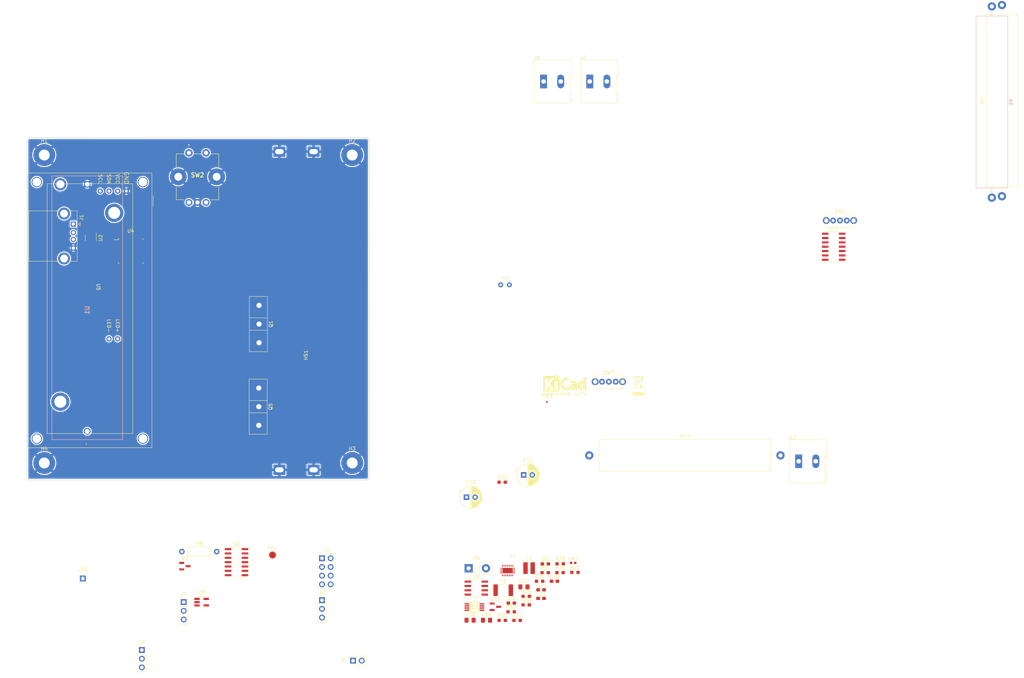
<source format=kicad_pcb>
(kicad_pcb (version 20211014) (generator pcbnew)
  (layers (0 "F.Cu" signal) (31 "B.Cu" power) (34 "B.Paste" user) (35 "F.Paste" user) (36 "B.SilkS" user "B.Silkscreen") (37 "F.SilkS" user "F.Silkscreen") (38 "B.Mask" user) (39 "F.Mask" user) (44 "Edge.Cuts" user))
  (net 0 "")
  (net 1 "GND")
  (net 2 "D+")
  (net 3 "D-")
  (net 4 "+5V")
  (net 5 "+3V3")
  (net 6 "Net-(C4-Pad1)")
  (net 7 "SWD_CLK")
  (net 8 "SWD_DIO")
  (net 9 "Net-(J4-Pad1)")
  (net 10 "Net-(J4-Pad2)")
  (net 11 "+12V")
  (net 12 "Net-(J5-Pad2)")
  (net 13 "Net-(J5-Pad4)")
  (net 14 "Net-(J5-Pad6)")
  (net 15 "Net-(J5-Pad8)")
  (net 16 "LOAD")
  (net 17 "Crystal_Clock_out")
  (net 22 "+BATT")
  (net 26 "CLOCK_in")
  (net 27 "ADC_IN1")
  (net 28 "SYS_wakeup3")
  (net 29 "ADC_IN3")
  (net 30 "SPI_SS")
  (net 31 "SPI_CLK")
  (net 32 "SPI_MOSI")
  (net 33 "SPI_MISO")
  (net 34 "ADC_IN8")
  (net 35 "ADC_REF")
  (net 36 "I2C_CLK")
  (net 37 "I2C_SDA")
  (net 40 "Net-(C19-Pad1)")
  (net 41 "Net-(J8-Pad2)")
  (net 42 "Net-(J9-Pad2)")
  (net 46 "LOAD_VOLTAGE")
  (net 49 "+3.3VA")
  (net 50 "Net-(J9-Pad1)")
  (net 51 "Net-(C9-Pad1)")
  (net 52 "Net-(J9-Pad3)")
  (net 53 "Net-(Q1-Pad1)")
  (net 54 "/ENCODER_A")
  (net 55 "/ENCODER_B")
  (net 56 "/SW_OUT")
  (net 57 "Net-(R17-Pad1)")
  (net 58 "Net-(R16-Pad1)")
  (net 59 "Net-(R18-Pad1)")
  (net 60 "VBUS")
  (net 62 "Net-(C8-Pad1)")
  (net 63 "Net-(C7-Pad1)")
  (net 64 "Net-(R15-Pad1)")
  (net 65 "Net-(L1-Pad1)")
  (net 66 "Net-(R11-Pad2)")
  (net 67 "Net-(R12-Pad1)")
  (net 68 "+VDC")
  (net 69 "/EN_3V3")
  (net 70 "Net-(D3-Pad1)")
  (net 71 "Net-(D5-Pad1)")
  (net 72 "Net-(IC1-Pad3)")
  (net 73 "Net-(IC1-Pad4)")
  (net 74 "/Set_charge_current")
  (net 75 "TE")
  (net 76 "Net-(IC1-Pad8)")
  (net 77 "Net-(J7-Pad2)")
  (net 78 "Net-(L2-Pad1)")
  (net 79 "Net-(L2-Pad2)")
  (net 80 "/FB_3V3")
  (net 81 "/PG_3V3")
  (net 82 "/batt_protection")
  (net 83 "/Drains")
  (net 84 "Net-(R1-Pad1)")
  (net 85 "Net-(R24-Pad1)")
  (net 86 "Net-(C11-Pad1)")
  (net 87 "Net-(C13-Pad1)")
  (net 88 "Net-(R36-Pad2)")
  (net 92 "-VDC")
  (net 93 "Net-(J12-Pad1)")
  (net 94 "Net-(Q5-Pad1)")
  (net 95 "Net-(Q5-Pad2)")
  (net 96 "Net-(J11-Pad2)")
  (net 97 "Net-(Q2-Pad2)")
  (footprint "Package_TO_SOT_SMD:SOT-23" (layer "F.Cu") (at 96.097 175.16)
    (fp_text reference "U3" (at 0 -2.4) (layer "F.SilkS"))
    (fp_text value "LM4040DBZ-2.0")
    (pad "1" smd roundrect (at -0.9375 -0.95) (size 1.475 0.6) (layers "F.Cu" "F.Paste" "F.Mask") (net 35 "ADC_REF"))
    (pad "2" smd roundrect (at -0.9375 0.95) (size 1.475 0.6) (layers "F.Cu" "F.Paste" "F.Mask") (net 1 "GND"))
    (pad "3" smd roundrect (at 0.9375 0) (size 1.475 0.6) (layers "F.Cu" "F.Paste" "F.Mask"))
  )
  (footprint "Package_TO_SOT_SMD:SOT-23" (layer "F.Cu") (at 186.841 187.0272)
    (fp_text reference "U10" (at 0 -2.4) (layer "F.SilkS"))
    (fp_text value "APX810S05")
    (pad "1" smd roundrect (at -0.9375 -0.95) (size 1.475 0.6) (layers "F.Cu" "F.Paste" "F.Mask") (net 82 "/batt_protection"))
    (pad "2" smd roundrect (at -0.9375 0.95) (size 1.475 0.6) (layers "F.Cu" "F.Paste" "F.Mask") (net 1 "GND"))
    (pad "3" smd roundrect (at 0.9375 0) (size 1.475 0.6) (layers "F.Cu" "F.Paste" "F.Mask") (net 22 "+BATT"))
  )
  (footprint "Fiducial:Fiducial_0.5mm_Mask1.5mm" (layer "F.Cu") (at 201.90553 127.206576)
    (fp_text reference "FID3" (at 0 -1.7145) (layer "F.SilkS"))
    (fp_text value "Fiducial")
    (pad "" smd circle (at 0 0) (size 0.5 0.5) (layers "F.Cu" "F.Mask") (clearance 0.5))
  )
  (footprint "Capacitor_SMD:C_0805_2012Metric_Pad1.18x1.45mm_HandSolder" (layer "F.Cu") (at 195.191 181.2072)
    (fp_text reference "C17" (at 0 -1.68) (layer "F.SilkS"))
    (fp_text value "22u")
    (pad "1" smd roundrect (at -1.0375 0) (size 1.175 1.45) (layers "F.Cu" "F.Paste" "F.Mask") (roundrect_rratio 0.212766) (net 68 "+VDC"))
    (pad "2" smd roundrect (at 1.0375 0) (size 1.175 1.45) (layers "F.Cu" "F.Paste" "F.Mask") (roundrect_rratio 0.212766) (net 1 "GND"))
  )
  (footprint "Connector_PinHeader_2.54mm:PinHeader_1x03_P2.54mm_Vertical" (layer "F.Cu") (at 136.1694 185.1048)
    (fp_text reference "J2" (at 0 -2.33) (layer "F.SilkS"))
    (fp_text value "SWD")
    (pad "1" thru_hole rect (at 0 0) (size 1.7 1.7) (drill 1) (layers *.Cu *.Mask) (net 7 "SWD_CLK"))
    (pad "2" thru_hole oval (at 0 2.54) (size 1.7 1.7) (drill 1) (layers *.Cu *.Mask) (net 1 "GND"))
    (pad "3" thru_hole oval (at 0 5.08) (size 1.7 1.7) (drill 1) (layers *.Cu *.Mask) (net 8 "SWD_DIO"))
  )
  (footprint "Capacitor_THT:CP_Radial_D6.3mm_P2.50mm" (layer "F.Cu") (at 195.117621 148.5)
    (fp_text reference "C11" (at 1.25 -4.4) (layer "F.SilkS"))
    (fp_text value "47u")
    (pad "1" thru_hole rect (at 0 0) (size 1.6 1.6) (drill 0.8) (layers *.Cu *.Mask) (net 86 "Net-(C11-Pad1)"))
    (pad "2" thru_hole circle (at 2.5 0) (size 1.6 1.6) (drill 0.8) (layers *.Cu *.Mask) (net 92 "-VDC"))
  )
  (footprint "Resistor_SMD:R_0603_1608Metric_Pad0.98x0.95mm_HandSolder" (layer "F.Cu") (at 188.8302 150.622)
    (fp_text reference "R23" (at 0 -1.43) (layer "F.SilkS"))
    (fp_text value "1Meg")
    (pad "1" smd roundrect (at -0.9125 0) (size 0.975 0.95) (layers "F.Cu" "F.Paste" "F.Mask") (net 92 "-VDC"))
    (pad "2" smd roundrect (at 0.9125 0) (size 0.975 0.95) (layers "F.Cu" "F.Paste" "F.Mask") (net 1 "GND"))
  )
  (footprint "LED_SMD:LED_0603_1608Metric_Pad1.05x0.95mm_HandSolder" (layer "F.Cu") (at 191.506 185.9472)
    (fp_text reference "D3" (at 0 -1.43) (layer "F.SilkS"))
    (fp_text value "LED_Small")
    (pad "1" smd roundrect (at -0.875 0) (size 1.05 0.95) (layers "F.Cu" "F.Paste" "F.Mask") (net 70 "Net-(D3-Pad1)"))
    (pad "2" smd roundrect (at 0.875 0) (size 1.05 0.95) (layers "F.Cu" "F.Paste" "F.Mask") (net 4 "+5V"))
  )
  (footprint "LED_SMD:LED_0603_1608Metric_Pad1.05x0.95mm_HandSolder" (layer "F.Cu") (at 201.446 174.4972)
    (fp_text reference "D5" (at 0 -1.43) (layer "F.SilkS"))
    (fp_text value "LED_Small")
    (pad "1" smd roundrect (at -0.875 0) (size 1.05 0.95) (layers "F.Cu" "F.Paste" "F.Mask") (net 71 "Net-(D5-Pad1)"))
    (pad "2" smd roundrect (at 0.875 0) (size 1.05 0.95) (layers "F.Cu" "F.Paste" "F.Mask") (net 4 "+5V"))
  )
  (footprint "Resistor_THT:R_Axial_Power_L50.0mm_W9.0mm_P55.88mm" (layer "F.Cu") (at 214.29 142.78)
    (fp_text reference "R41" (at 27.94 -5.62) (layer "F.SilkS"))
    (fp_text value "1R")
    (pad "1" thru_hole circle (at 0 0) (size 2.4 2.4) (drill 1.2) (layers *.Cu *.Mask) (net 96 "Net-(J11-Pad2)"))
    (pad "2" thru_hole oval (at 55.88 0) (size 2.4 2.4) (drill 1.2) (layers *.Cu *.Mask) (net 94 "Net-(Q5-Pad1)"))
  )
  (footprint "Resistor_SMD:R_0603_1608Metric_Pad0.98x0.95mm_HandSolder" (layer "F.Cu") (at 188.841 191.0072)
    (fp_text reference "R35" (at 0 -1.43) (layer "F.SilkS"))
    (fp_text value "10k")
    (pad "1" smd roundrect (at -0.9125 0) (size 0.975 0.95) (layers "F.Cu" "F.Paste" "F.Mask") (net 1 "GND"))
    (pad "2" smd roundrect (at 0.9125 0) (size 0.975 0.95) (layers "F.Cu" "F.Paste" "F.Mask") (net 4 "+5V"))
  )
  (footprint "TerminalBlock:TerminalBlock_Altech_AK300-2_P5.00mm" (layer "F.Cu") (at 275.5 144.5)
    (fp_text reference "J12" (at -1.92 -6.99) (layer "F.SilkS"))
    (fp_text value "LOAD")
    (pad "1" thru_hole rect (at 0 0) (size 1.98 3.96) (drill 1.32) (layers *.Cu *.Mask) (net 93 "Net-(J12-Pad1)"))
    (pad "2" thru_hole oval (at 5 0) (size 1.98 3.96) (drill 1.32) (layers *.Cu *.Mask) (net 1 "GND"))
  )
  (footprint "Resistor_SMD:R_0603_1608Metric_Pad0.98x0.95mm_HandSolder" (layer "F.Cu") (at 193.191 191.0072)
    (fp_text reference "R34" (at 0 -1.43) (layer "F.SilkS"))
    (fp_text value "10k")
    (pad "1" smd roundrect (at -0.9125 0) (size 0.975 0.95) (layers "F.Cu" "F.Paste" "F.Mask") (net 1 "GND"))
    (pad "2" smd roundrect (at 0.9125 0) (size 0.975 0.95) (layers "F.Cu" "F.Paste" "F.Mask") (net 82 "/batt_protection"))
  )
  (footprint "Capacitor_SMD:C_0603_1608Metric_Pad1.08x0.95mm_HandSolder" (layer "F.Cu") (at 200.201 182.0672)
    (fp_text reference "C19" (at 0 -1.43) (layer "F.SilkS"))
    (fp_text value "100n")
    (pad "1" smd roundrect (at -0.8625 0) (size 1.075 0.95) (layers "F.Cu" "F.Paste" "F.Mask") (net 40 "Net-(C19-Pad1)"))
    (pad "2" smd roundrect (at 0.8625 0) (size 1.075 0.95) (layers "F.Cu" "F.Paste" "F.Mask") (net 1 "GND"))
  )
  (footprint "Package_SO:SOIC-14_3.9x8.7mm_P1.27mm" (layer "F.Cu") (at 285.72553 81.796576)
    (fp_text reference "U11" (at 0 -5.28) (layer "F.SilkS"))
    (fp_text value "LM2902")
    (pad "1" smd roundrect (at -2.475 -3.81) (size 1.95 0.6) (layers "F.Cu" "F.Paste" "F.Mask") (net 34 "ADC_IN8"))
    (pad "2" smd roundrect (at -2.475 -2.54) (size 1.95 0.6) (layers "F.Cu" "F.Paste" "F.Mask") (net 34 "ADC_IN8"))
    (pad "3" smd roundrect (at -2.475 -1.27) (size 1.95 0.6) (layers "F.Cu" "F.Paste" "F.Mask") (net 87 "Net-(C13-Pad1)"))
    (pad "4" smd roundrect (at -2.475 0) (size 1.95 0.6) (layers "F.Cu" "F.Paste" "F.Mask") (net 5 "+3V3"))
    (pad "5" smd roundrect (at -2.475 1.27) (size 1.95 0.6) (layers "F.Cu" "F.Paste" "F.Mask") (net 88 "Net-(R36-Pad2)"))
    (pad "6" smd roundrect (at -2.475 2.54) (size 1.95 0.6) (layers "F.Cu" "F.Paste" "F.Mask") (net 27 "ADC_IN1"))
    (pad "7" smd roundrect (at -2.475 3.81) (size 1.95 0.6) (layers "F.Cu" "F.Paste" "F.Mask") (net 27 "ADC_IN1"))
    (pad "8" smd roundrect (at 2.475 3.81) (size 1.95 0.6) (layers "F.Cu" "F.Paste" "F.Mask"))
    (pad "9" smd roundrect (at 2.475 2.54) (size 1.95 0.6) (layers "F.Cu" "F.Paste" "F.Mask"))
    (pad "10" smd roundrect (at 2.475 1.27) (size 1.95 0.6) (layers "F.Cu" "F.Paste" "F.Mask"))
    (pad "11" smd roundrect (at 2.475 0) (size 1.95 0.6) (layers "F.Cu" "F.Paste" "F.Mask") (net 1 "GND"))
    (pad "12" smd roundrect (at 2.475 -1.27) (size 1.95 0.6) (layers "F.Cu" "F.Paste" "F.Mask") (net 85 "Net-(R24-Pad1)"))
    (pad "13" smd roundrect (at 2.475 -2.54) (size 1.95 0.6) (layers "F.Cu" "F.Paste" "F.Mask") (net 29 "ADC_IN3"))
    (pad "14" smd roundrect (at 2.475 -3.81) (size 1.95 0.6) (layers "F.Cu" "F.Paste" "F.Mask") (net 29 "ADC_IN3"))
  )
  (footprint "Z_mycustom_footprint_lib:heatsink1" (layer "F.Cu") (at 123.7175 147 90)
    (fp_text reference "HS1" (at 33.5 7.75 90 unlocked) (layer "F.SilkS"))
    (fp_text value "Heatsink")
    (pad "1" thru_hole rect (at 0 0 90) (size 3 3.5) (drill oval 1.5 2.5) (layers *.Cu *.Mask) (net 1 "GND"))
    (pad "1" thru_hole rect (at 0 10 90) (size 3 3.5) (drill oval 1.5 2.5) (layers *.Cu *.Mask) (net 1 "GND"))
    (pad "2" thru_hole rect (at 93 10 90) (size 3 3.5) (drill oval 1.5 2.5) (layers *.Cu *.Mask) (net 1 "GND"))
    (pad "2" thru_hole rect (at 93 0 90) (size 3 3.5) (drill oval 1.5 2.5) (layers *.Cu *.Mask) (net 1 "GND"))
  )
  (footprint "MountingHole:MountingHole_3.2mm_M3_Pad_TopBottom" (layer "F.Cu") (at 145 145)
    (fp_text reference "H3" (at 0 -4.2) (layer "F.SilkS"))
    (fp_text value "M3")
    (pad "1" connect circle locked (at 0 0) (size 6.4 6.4) (layers "B.Cu" "B.Mask") (net 1 "GND"))
    (pad "1" connect circle locked (at 0 0) (size 6.4 6.4) (layers "F.Cu" "F.Mask") (net 1 "GND"))
    (pad "1" thru_hole circle locked (at 0 0) (size 3.6 3.6) (drill 3.2) (layers *.Cu *.Mask) (net 1 "GND"))
  )
  (footprint "Package_TO_SOT_THT:TO-247-3_Vertical" (layer "F.Cu") (at 117.78 98.95 -90)
    (fp_text reference "Q1" (at 5.45 -3.45 90) (layer "F.SilkS"))
    (fp_text value "IRFZ24NPBF")
    (pad "1" thru_hole rect (at 0 0 270) (size 2.5 4.5) (drill 1.5) (layers *.Cu *.Mask) (net 53 "Net-(Q1-Pad1)"))
    (pad "2" thru_hole oval (at 5.45 0 270) (size 2.5 4.5) (drill 1.5) (layers *.Cu *.Mask) (net 16 "LOAD"))
    (pad "3" thru_hole oval (at 10.9 0 270) (size 2.5 4.5) (drill 1.5) (layers *.Cu *.Mask) (net 9 "Net-(J4-Pad1)"))
  )
  (footprint "Z_mycustom_footprint_lib:PEC12R4230FS0024" (layer "F.Cu") (at 97.282 54.356)
    (fp_text reference "SW2" (at 2.5 6.5) (layer "F.SilkS") (effects (font (size 1.27 1.27) (thickness 0.254))))
    (fp_text value "RotaryEncoder_Switch" hide)
    (pad "A" thru_hole circle (at 0 14.5) (size 2 2) (drill 1.2) (layers *.Cu *.Mask) (net 54 "/ENCODER_A"))
    (pad "B" thru_hole circle (at 5 14.5) (size 2 2) (drill 1.2) (layers *.Cu *.Mask) (net 55 "/ENCODER_B"))
    (pad "C" thru_hole circle (at 2.5 14.5) (size 2 2) (drill 1.2) (layers *.Cu *.Mask) (net 1 "GND"))
    (pad "MH" thru_hole circle (at 8.1 7) (size 4.92 4.92) (drill 2.3) (layers *.Cu *.Mask) (net 1 "GND"))
    (pad "MH" thru_hole circle (at -3.1 7) (size 4.92 4.92) (drill 2.3) (layers *.Cu *.Mask) (net 1 "GND"))
    (pad "S1" thru_hole circle (at 0 0) (size 2.2 2.2) (drill 1.2) (layers *.Cu *.Mask) (net 5 "+3V3"))
    (pad "S2" thru_hole circle (at 5 0) (size 2.2 2.2) (drill 1.2) (layers *.Cu *.Mask) (net 56 "/SW_OUT"))
  )
  (footprint "Package_SO:SOIC-14_3.9x8.7mm_P1.27mm" (layer "F.Cu") (at 111.187 173.99)
    (fp_text reference "U6" (at 0 -5.28) (layer "F.SilkS"))
    (fp_text value "LM324A")
    (pad "1" smd roundrect (at -2.475 -3.81) (size 1.95 0.6) (layers "F.Cu" "F.Paste" "F.Mask") (net 41 "Net-(J8-Pad2)"))
    (pad "2" smd roundrect (at -2.475 -2.54) (size 1.95 0.6) (layers "F.Cu" "F.Paste" "F.Mask") (net 42 "Net-(J9-Pad2)"))
    (pad "3" smd roundrect (at -2.475 -1.27) (size 1.95 0.6) (layers "F.Cu" "F.Paste" "F.Mask") (net 77 "Net-(J7-Pad2)"))
    (pad "4" smd roundrect (at -2.475 0) (size 1.95 0.6) (layers "F.Cu" "F.Paste" "F.Mask") (net 11 "+12V"))
    (pad "5" smd roundrect (at -2.475 1.27) (size 1.95 0.6) (layers "F.Cu" "F.Paste" "F.Mask") (net 51 "Net-(C9-Pad1)"))
    (pad "6" smd roundrect (at -2.475 2.54) (size 1.95 0.6) (layers "F.Cu" "F.Paste" "F.Mask") (net 57 "Net-(R17-Pad1)"))
    (pad "7" smd roundrect (at -2.475 3.81) (size 1.95 0.6) (layers "F.Cu" "F.Paste" "F.Mask") (net 57 "Net-(R17-Pad1)"))
    (pad "8" smd roundrect (at 2.475 3.81) (size 1.95 0.6) (layers "F.Cu" "F.Paste" "F.Mask") (net 58 "Net-(R16-Pad1)"))
    (pad "9" smd roundrect (at 2.475 2.54) (size 1.95 0.6) (layers "F.Cu" "F.Paste" "F.Mask") (net 59 "Net-(R18-Pad1)"))
    (pad "10" smd roundrect (at 2.475 1.27) (size 1.95 0.6) (layers "F.Cu" "F.Paste" "F.Mask") (net 62 "Net-(C8-Pad1)"))
    (pad "11" smd roundrect (at 2.475 0) (size 1.95 0.6) (layers "F.Cu" "F.Paste" "F.Mask") (net 92 "-VDC"))
    (pad "12" smd roundrect (at 2.475 -1.27) (size 1.95 0.6) (layers "F.Cu" "F.Paste" "F.Mask") (net 63 "Net-(C7-Pad1)"))
    (pad "13" smd roundrect (at 2.475 -2.54) (size 1.95 0.6) (layers "F.Cu" "F.Paste" "F.Mask") (net 64 "Net-(R15-Pad1)"))
    (pad "14" smd roundrect (at 2.475 -3.81) (size 1.95 0.6) (layers "F.Cu" "F.Paste" "F.Mask") (net 64 "Net-(R15-Pad1)"))
  )
  (footprint "Package_TO_SOT_THT:TO-247-3_Vertical" (layer "F.Cu") (at 117.7 123.1 -90)
    (fp_text reference "Q5" (at 5.45 -3.45 90) (layer "F.SilkS"))
    (fp_text value "Q_PMOS_DGS")
    (pad "1" thru_hole rect (at 0 0 270) (size 2.5 4.5) (drill 1.5) (layers *.Cu *.Mask) (net 94 "Net-(Q5-Pad1)"))
    (pad "2" thru_hole oval (at 5.45 0 270) (size 2.5 4.5) (drill 1.5) (layers *.Cu *.Mask) (net 95 "Net-(Q5-Pad2)"))
    (pad "3" thru_hole oval (at 10.9 0 270) (size 2.5 4.5) (drill 1.5) (layers *.Cu *.Mask) (net 93 "Net-(J12-Pad1)"))
  )
  (footprint "Capacitor_SMD:C_0603_1608Metric_Pad1.08x0.95mm_HandSolder" (layer "F.Cu") (at 200.201 184.5772)
    (fp_text reference "C21" (at 0 -1.43) (layer "F.SilkS"))
    (fp_text value "4.7u")
    (pad "1" smd roundrect (at -0.8625 0) (size 1.075 0.95) (layers "F.Cu" "F.Paste" "F.Mask") (net 22 "+BATT"))
    (pad "2" smd roundrect (at 0.8625 0) (size 1.075 0.95) (layers "F.Cu" "F.Paste" "F.Mask") (net 1 "GND"))
  )
  (footprint "TestPoint:TestPoint_Pad_D2.0mm" (layer "F.Cu") (at 121.7 171.9)
    (fp_text reference "TP1" (at 0 -1.998) (layer "F.SilkS"))
    (fp_text value "TestPoint")
    (pad "1" smd circle (at 0 0) (size 2 2) (layers "F.Cu" "F.Mask") (net 17 "Crystal_Clock_out"))
  )
  (footprint "Resistor_SMD:R_1812_4532Metric_Pad1.30x3.40mm_HandSolder" (layer "F.Cu") (at 189.141 182.1772)
    (fp_text reference "F1" (at 0 -2.65) (layer "F.SilkS"))
    (fp_text value "Polyfuse")
    (pad "1" smd roundrect (at -2.225 0) (size 1.3 3.4) (layers "F.Cu" "F.Paste" "F.Mask") (roundrect_rratio 0.192308) (net 4 "+5V"))
    (pad "2" smd roundrect (at 2.225 0) (size 1.3 3.4) (layers "F.Cu" "F.Paste" "F.Mask") (roundrect_rratio 0.192308) (net 60 "VBUS"))
  )
  (footprint "Package_TO_SOT_SMD:SOT-23-5_HandSoldering" (layer "F.Cu") (at 100.988 185.674)
    (fp_text reference "U8" (at 0 -2.9) (layer "F.SilkS"))
    (fp_text value "AP3012KTR-G1")
    (pad "1" smd rect (at -1.35 -0.95) (size 1.56 0.65) (layers "F.Cu" "F.Paste" "F.Mask") (net 65 "Net-(L1-Pad1)"))
    (pad "2" smd rect (at -1.35 0) (size 1.56 0.65) (layers "F.Cu" "F.Paste" "F.Mask") (net 1 "GND"))
    (pad "3" smd rect (at -1.35 0.95) (size 1.56 0.65) (layers "F.Cu" "F.Paste" "F.Mask") (net 66 "Net-(R11-Pad2)"))
    (pad "4" smd rect (at 1.35 0.95) (size 1.56 0.65) (layers "F.Cu" "F.Paste" "F.Mask") (net 67 "Net-(R12-Pad1)"))
    (pad "5" smd rect (at 1.35 -0.95) (size 1.56 0.65) (layers "F.Cu" "F.Paste" "F.Mask") (net 68 "+VDC"))
  )
  (footprint "Symbol:KiCad-Logo2_5mm_SilkScreen" (layer "F.Cu") (at 207.1624 122.174)
    (fp_text reference "FID1" hide)
    (fp_text value "kicad" hide)
  )
  (footprint "Resistor_THT:R_Axial_Power_L50.0mm_W9.0mm_P55.88mm" (layer "F.Cu") (at 334.9 67.04 90)
    (fp_text reference "R7" (at 27.94 -5.62 90) (layer "F.SilkS"))
    (fp_text value "1R")
    (pad "1" thru_hole circle (at 0 0 90) (size 2.4 2.4) (drill 1.2) (layers *.Cu *.Mask) (net 10 "Net-(J4-Pad2)"))
    (pad "2" thru_hole oval (at 55.88 0 90) (size 2.4 2.4) (drill 1.2) (layers *.Cu *.Mask) (net 1 "GND"))
  )
  (footprint "MountingHole:MountingHole_3.2mm_M3_Pad_TopBottom" (layer "F.Cu") (at 55 55)
    (fp_text reference "H1" (at 0 -4.2) (layer "F.SilkS"))
    (fp_text value "M3")
    (pad "1" thru_hole circle locked (at 0 0) (size 3.6 3.6) (drill 3.2) (layers *.Cu *.Mask) (net 1 "GND"))
    (pad "1" connect circle locked (at 0 0) (size 6.4 6.4) (layers "F.Cu" "F.Mask") (net 1 "GND"))
    (pad "1" connect circle locked (at 0 0) (size 6.4 6.4) (layers "B.Cu" "B.Mask") (net 1 "GND"))
  )
  (footprint "Connector_PinHeader_2.54mm:PinHeader_1x03_P2.54mm_Vertical" (layer "F.Cu") (at 95.758 185.674)
    (fp_text reference "J7" (at 0 -2.33) (layer "F.SilkS"))
    (fp_text value "Conn_01x03")
    (pad "1" thru_hole rect (at 0 0) (size 1.7 1.7) (drill 1) (layers *.Cu *.Mask) (net 1 "GND"))
    (pad "2" thru_hole oval (at 0 2.54) (size 1.7 1.7) (drill 1) (layers *.Cu *.Mask) (net 77 "Net-(J7-Pad2)"))
    (pad "3" thru_hole oval (at 0 5.08) (size 1.7 1.7) (drill 1) (layers *.Cu *.Mask) (net 11 "+12V"))
  )
  (footprint "Z_mycustom_footprint_lib:TPS63020" (layer "F.Cu") (at 190.226 176.2522)
    (fp_text reference "U7" (at 1.5 -4 unlocked) (layer "F.SilkS"))
    (fp_text value "TPS63020DSJR")
    (pad "1" smd oval (at -1.3 1.6) (size 0.24 0.6) (layers "F.Cu" "F.Paste" "F.Mask") (net 40 "Net-(C19-Pad1)"))
    (pad "2" smd oval (at -0.8 1.6) (size 0.24 0.6) (layers "F.Cu" "F.Paste" "F.Mask") (net 1 "GND"))
    (pad "2" smd rect (at -1.613 0.43 90) (size 0.2 0.775) (layers "F.Cu" "F.Paste" "F.Mask") (net 1 "GND"))
    (pad "2" smd rect (at 2.013 -0.03 90) (size 0.2 0.775) (layers "F.Cu" "F.Paste" "F.Mask") (net 1 "GND"))
    (pad "2" smd rect (at -1.613 -0.49 90) (size 0.2 0.775) (layers "F.Cu" "F.Paste" "F.Mask") (net 1 "GND"))
    (pad "2" smd rect (at -1.613 0.89 90) (size 0.2 0.775) (layers "F.Cu" "F.Paste" "F.Mask") (net 1 "GND"))
    (pad "2" smd rect (at 0.2 0.2 90) (size 1.58 2.85) (layers "F.Cu" "F.Paste" "F.Mask") (net 1 "GND"))
    (pad "2" smd rect (at 2.013 0.43 90) (size 0.2 0.775) (layers "F.Cu" "F.Paste" "F.Mask") (net 1 "GND"))
    (pad "2" smd rect (at 2.013 -0.49 90) (size 0.2 0.775) (layers "F.Cu" "F.Paste" "F.Mask") (net 1 "GND"))
    (pad "2" smd rect (at -1.613 -0.03 90) (size 0.2 0.775) (layers "F.Cu" "F.Paste" "F.Mask") (net 1 "GND"))
    (pad "2" smd rect (at 2.013 0.89 90) (size 0.2 0.775) (layers "F.Cu" "F.Paste" "F.Mask") (net 1 "GND"))
    (pad "3" smd oval (at -0.3 1.6) (size 0.24 0.6) (layers "F.Cu" "F.Paste" "F.Mask") (net 80 "/FB_3V3"))
    (pad "4" smd oval (at 0.2 1.6) (size 0.24 0.6) (layers "F.Cu" "F.Paste" "F.Mask") (net 5 "+3V3"))
    (pad "5" smd oval (at 0.7 1.6) (size 0.24 0.6) (layers "F.Cu" "F.Paste" "F.Mask") (net 5 "+3V3"))
    (pad "6" smd oval (at 1.2 1.6) (size 0.24 0.6) (layers "F.Cu" "F.Paste" "F.Mask") (net 79 "Net-(L2-Pad2)"))
    (pad "7" smd oval (at 1.7 1.6) (size 0.24 0.6) (layers "F.Cu" "F.Paste" "F.Mask") (net 79 "Net-(L2-Pad2)"))
    (pad "8" smd oval (at 1.7 -1.2) (size 0.24 0.6) (layers "F.Cu" "F.Paste" "F.Mask") (net 78 "Net-(L2-Pad1)"))
    (pad "9" smd oval (at 1.2 -1.2) (size 0.24 0.6) (layers "F.Cu" "F.Paste" "F.Mask") (net 78 "Net-(L2-Pad1)"))
    (pad "10" smd oval (at 0.7 -1.2) (size 0.24 0.6) (layers "F.Cu" "F.Paste" "F.Mask") (net 68 "+VDC"))
    (pad "11" smd oval (at 0.2 -1.2) (size 0.24 0.6) (layers "F.Cu" "F.Paste" "F.Mask") (net 68 "+VDC"))
    (pad "12" smd oval (at -0.3 -1.2) (size 0.24 0.6) (layers "F.Cu" "F.Paste" "F.Mask") (net 69 "/EN_3V3"))
    (pad "13" smd oval (at -0.8 -1.2) (size 0.24 0.6) (layers "F.Cu" "F.Paste" "F.Mask") (net 40 "Net-(C19-Pad1)"))
    (pad "14" smd oval (at -1.3 -1.2) (size 0.24 0.6) (layers "F.Cu" "F.Paste" "F.Mask") (net 81 "/PG_3V3"))
  )
  (footprint "MountingHole:MountingHole_3.2mm_M3_Pad_TopBottom" (layer "F.Cu") (at 145 55)
    (fp_text reference "H2" (at 0 -4.2) (layer "F.SilkS"))
    (fp_text value "M3")
    (pad "1" thru_hole circle locked (at 0 0) (size 3.6 3.6) (drill 3.2) (layers *.Cu *.Mask) (net 1 "GND"))
    (pad "1" connect circle locked (at 0 0) (size 6.4 6.4) (layers "F.Cu" "F.Mask") (net 1 "GND"))
    (pad "1" connect circle locked (at 0 0) (size 6.4 6.4) (layers "B.Cu" "B.Mask") (net 1 "GND"))
  )
  (footprint "Resistor_SMD:R_0603_1608Metric_Pad0.98x0.95mm_HandSolder" (layer "F.Cu") (at 199.771 179.5572)
    (fp_text reference "R29" (at 0 -1.43) (layer "F.SilkS"))
    (fp_text value "180k")
    (pad "1" smd roundrect (at -0.9125 0) (size 0.975 0.95) (layers "F.Cu" "F.Paste" "F.Mask") (net 80 "/FB_3V3"))
    (pad "2" smd roundrect (at 0.9125 0) (size 0.975 0.95) (layers "F.Cu" "F.Paste" "F.Mask") (net 1 "GND"))
  )
  (footprint "Capacitor_SMD:C_0805_2012Metric_Pad1.18x1.45mm_HandSolder" (layer "F.Cu") (at 179.451 190.9572)
    (fp_text reference "C15" (at 0 -1.68) (layer "F.SilkS"))
    (fp_text value "22u")
    (pad "1" smd roundrect (at -1.0375 0) (size 1.175 1.45) (layers "F.Cu" "F.Paste" "F.Mask") (roundrect_rratio 0.212766) (net 5 "+3V3"))
    (pad "2" smd roundrect (at 1.0375 0) (size 1.175 1.45) (layers "F.Cu" "F.Paste" "F.Mask") (roundrect_rratio 0.212766) (net 1 "GND"))
  )
  (footprint "Resistor_SMD:R_0603_1608Metric_Pad0.98x0.95mm_HandSolder" (layer "F.Cu") (at 205.791 174.4572)
    (fp_text reference "R28" (at 0 -1.43) (layer "F.SilkS"))
    (fp_text value "1Meg")
    (pad "1" smd roundrect (at -0.9125 0) (size 0.975 0.95) (layers "F.Cu" "F.Paste" "F.Mask") (net 5 "+3V3"))
    (pad "2" smd roundrect (at 0.9125 0) (size 0.975 0.95) (layers "F.Cu" "F.Paste" "F.Mask") (net 81 "/PG_3V3"))
  )
  (footprint "Diode_THT:D_DO-15_P5.08mm_Vertical_KathodeUp" (layer "F.Cu") (at 179.021 175.7772)
    (fp_text reference "D4" (at 2.54 -2.92) (layer "F.SilkS"))
    (fp_text value "D_Shockley")
    (fp_text user "K" (at 1.9 1.2) (layer "F.SilkS"))
    (pad "1" thru_hole rect (at 0 0) (size 2.4 2.4) (drill 1.2) (layers *.Cu *.Mask) (net 68 "+VDC"))
    (pad "2" thru_hole oval (at 5.08 0) (size 2.4 2.4) (drill 1.2) (layers *.Cu *.Mask) (net 4 "+5V"))
  )
  (footprint "Resistor_THT:R_Axial_DIN0204_L3.6mm_D1.6mm_P2.54mm_Vertical" (layer "F.Cu") (at 188.4018 92.9252)
    (fp_text reference "TH1" (at 1.27 -1.92) (layer "F.SilkS"))
    (fp_text value "68K@25C~5%")
    (pad "1" thru_hole circle (at 0 0) (size 1.4 1.4) (drill 0.7) (layers *.Cu *.Mask) (net 49 "+3.3VA"))
    (pad "2" thru_hole oval (at 2.54 0) (size 1.4 1.4) (drill 0.7) (layers *.Cu *.Mask) (net 85 "Net-(R24-Pad1)"))
  )
  (footprint "Capacitor_SMD:C_0603_1608Metric_Pad1.08x0.95mm_HandSolder" (layer "F.Cu") (at 204.121 179.5572)
    (fp_text reference "C20" (at 0 -1.43) (layer "F.SilkS"))
    (fp_text value "1u")
    (pad "1" smd roundrect (at -0.8625 0) (size 1.075 0.95) (layers "F.Cu" "F.Paste" "F.Mask") (net 4 "+5V"))
    (pad "2" smd roundrect (at 0.8625 0) (size 1.075 0.95) (layers "F.Cu" "F.Paste" "F.Mask") (net 1 "GND"))
  )
  (footprint "Resistor_THT:R_Axial_DIN0207_L6.3mm_D2.5mm_P10.16mm_Horizontal" (layer "F.Cu") (at 95.227 170.91)
    (fp_text reference "R8" (at 5.08 -2.37) (layer "F.SilkS"))
    (fp_text value "X")
    (pad "1" thru_hole circle (at 0 0) (size 1.6 1.6) (drill 0.8) (layers *.Cu *.Mask) (net 12 "Net-(J5-Pad2)"))
    (pad "2" thru_hole oval (at 10.16 0) (size 1.6 1.6) (drill 0.8) (layers *.Cu *.Mask) (net 16 "LOAD"))
  )
  (footprint "Resistor_SMD:R_0402_1005Metric_Pad0.72x0.64mm_HandSolder" (layer "F.Cu") (at 209.591 174.1972)
    (fp_text reference "FB1" (at 0 -1.17) (layer "F.SilkS"))
    (fp_text value "Ferrite")
    (pad "1" smd roundrect (at -0.5975 0) (size 0.715 0.64) (layers "F.Cu" "F.Paste" "F.Mask") (net 5 "+3V3"))
    (pad "2" smd roundrect (at 0.5975 0) (size 0.715 0.64) (layers "F.Cu" "F.Paste" "F.Mask") (net 49 "+3.3VA"))
  )
  (footprint "Resistor_SMD:R_0603_1608Metric_Pad0.98x0.95mm_HandSolder" (layer "F.Cu") (at 191.461 188.4972)
    (fp_text reference "R33" (at 0 -1.43) (layer "F.SilkS"))
    (fp_text value "10k")
    (pad "1" smd roundrect (at -0.9125 0) (size 0.975 0.95) (layers "F.Cu" "F.Paste" "F.Mask") (net 74 "/Set_charge_current"))
    (pad "2" smd roundrect (at 0.9125 0) (size 0.975 0.95) (layers "F.Cu" "F.Paste" "F.Mask") (net 1 "GND"))
  )
  (footprint "Capacitor_SMD:C_0805_2012Metric_Pad1.18x1.45mm_HandSolder" (layer "F.Cu") (at 184.261 190.9572)
    (fp_text reference "C16" (at 0 -1.68) (layer "F.SilkS"))
    (fp_text value "22u")
    (pad "1" smd roundrect (at -1.0375 0) (size 1.175 1.45) (layers "F.Cu" "F.Paste" "F.Mask") (roundrect_rratio 0.212766) (net 5 "+3V3"))
    (pad "2" smd roundrect (at 1.0375 0) (size 1.175 1.45) (layers "F.Cu" "F.Paste" "F.Mask") (roundrect_rratio 0.212766) (net 1 "GND"))
  )
  (footprint "Connector_PinHeader_2.54mm:PinHeader_2x04_P2.54mm_Vertical" (layer "F.Cu") (at 136.1694 172.8548)
    (fp_text reference "J5" (at 1.27 -2.33) (layer "F.SilkS"))
    (fp_text value "Conn_02x04_Odd_Even")
    (pad "1" thru_hole rect (at 0 0) (size 1.7 1.7) (drill 1) (layers *.Cu *.Mask) (net 46 "LOAD_VOLTAGE"))
    (pad "2" thru_hole oval (at 2.54 0) (size 1.7 1.7) (drill 1) (layers *.Cu *.Mask) (net 12 "Net-(J5-Pad2)"))
    (pad "3" thru_hole oval (at 0 2.54) (size 1.7 1.7) (drill 1) (layers *.Cu *.Mask) (net 46 "LOAD_VOLTAGE"))
    (pad "4" thru_hole oval (at 2.54 2.54) (size 1.7 1.7) (drill 1) (layers *.Cu *.Mask) (net 13 "Net-(J5-Pad4)"))
    (pad "5" thru_hole oval (at 0 5.08) (size 1.7 1.7) (drill 1) (layers *.Cu *.Mask) (net 46 "LOAD_VOLTAGE"))
    (pad "6" thru_hole oval (at 2.54 5.08) (size 1.7 1.7) (drill 1) (layers *.Cu *.Mask) (net 14 "Net-(J5-Pad6)"))
    (pad "7" thru_hole oval (at 0 7.62) (size 1.7 1.7) (drill 1) (layers *.Cu *.Mask) (net 46 "LOAD_VOLTAGE"))
    (pad "8" thru_hole oval (at 2.54 7.62) (size 1.7 1.7) (drill 1) (layers *.Cu *.Mask) (net 15 "Net-(J5-Pad8)"))
  )
  (footprint "Resistor_SMD:R_0603_1608Metric_Pad0.98x0.95mm_HandSolder" (layer "F.Cu") (at 195.851 186.4772)
    (fp_text reference "R30" (at 0 -1.43) (layer "F.SilkS"))
    (fp_text value "470")
    (pad "1" smd roundrect (at -0.9125 0) (size 0.975 0.95) (layers "F.Cu" "F.Paste" "F.Mask") (net 70 "Net-(D3-Pad1)"))
    (pad "2" smd roundrect (at 0.9125 0) (size 0.975 0.95) (layers "F.Cu" "F.Paste" "F.Mask") (net 72 "Net-(IC1-Pad3)"))
  )
  (footprint "Inductor_SMD:L_Wuerth_MAPI-3012" (layer "F.Cu") (at 196.701 175.7272)
    (fp_text reference "L2" (at 0 -2.7) (layer "F.SilkS"))
    (fp_text value "1.5u")
    (pad "1" smd rect (at -1.05 0) (size 1.3 3.4) (layers "F.Cu" "F.Paste" "F.Mask") (net 78 "Net-(L2-Pad1)"))
    (pad "2" smd rect (at 1.05 0) (size 1.3 3.4) (layers "F.Cu" "F.Paste" "F.Mask") (net 79 "Net-(L2-Pad2)"))
  )
  (footprint "Package_SO:SOIC-8_3.9x4.9mm_P1.27mm" (layer "F.Cu") (at 181.271 181.5772)
    (fp_text reference "U9" (at 0 -3.4) (layer "F.SilkS"))
    (fp_text value "DMG9933USD-13")
    (pad "1" smd roundrect (at -2.475 -1.905) (size 1.95 0.6) (layers "F.Cu" "F.Paste" "F.Mask") (net 22 "+BATT"))
    (pad "2" smd roundrect (at -2.475 -0.635) (size 1.95 0.6) (layers "F.Cu" "F.Paste" "F.Mask") (net 82 "/batt_protection"))
    (pad "3" smd roundrect (at -2.475 0.635) (size 1.95 0.6) (layers "F.Cu" "F.Paste" "F.Mask") (net 68 "+VDC"))
    (pad "4" smd roundrect (at -2.475 1.905) (size 1.95 0.6) (layers "F.Cu" "F.Paste" "F.Mask") (net 4 "+5V"))
    (pad "5" smd roundrect (at 2.475 1.905) (size 1.95 0.6) (layers "F.Cu" "F.Paste" "F.Mask") (net 83 "/Drains"))
    (pad "6" smd roundrect (at 2.475 0.635) (size 1.95 0.6) (layers "F.Cu" "F.Paste" "F.Mask") (net 83 "/Drains"))
    (pad "7" smd roundrect (at 2.475 -0.635) (size 1.95 0.6) (layers "F.Cu" "F.Paste" "F.Mask") (net 83 "/Drains"))
    (pad "8" smd roundrect (at 2.475 -1.905) (size 1.95 0.6) (layers "F.Cu" "F.Paste" "F.Mask") (net 83 "/Drains"))
  )
  (footprint "SamacSys_Parts:SOP50P490X110-10N" (layer "F.Cu") (at 180.721 187.1272)
    (fp_text reference "IC1" (at 0 0) (layer "F.SilkS") (effects (font (size 1.27 1.27) (thickness 0.254))))
    (fp_text value "MCP73834T-FCI_UN" hide)
    (pad "1" smd rect locked (at -2.2 -1 90) (size 0.3 1.4) (layers "F.Cu" "F.Paste" "F.Mask") (net 4 "+5V"))
    (pad "2" smd rect locked (at -2.2 -0.5 90) (size 0.3 1.4) (layers "F.Cu" "F.Paste" "F.Mask") (net 4 "+5V"))
    (pad "3" smd rect locked (at -2.2 0 90) (size 0.3 1.4) (layers "F.Cu" "F.Paste" "F.Mask") (net 72 "Net-(IC1-Pad3)"))
    (pad "4" smd rect locked (at -2.2 0.5 90) (size 0.3 1.4) (layers "F.Cu" "F.Paste" "F.Mask") (net 73 "Net-(IC1-Pad4)"))
    (pad "5" smd rect locked (at -2.2 1 90) (size 0.3 1.4) (layers "F.Cu" "F.Paste" "F.Mask") (net 1 "GND"))
    (pad "6" smd rect locked (at 2.2 1 90) (size 0.3 1.4) (layers "F.Cu" "F.Paste" "F.Mask") (net 74 "/Set_charge_current"))
    (pad "7" smd rect locked (at 2.2 0.5 90) (size 0.3 1.4) (layers "F.Cu" "F.Paste" "F.Mask") (net 75 "TE"))
    (pad "8" smd rect locked (at 2.2 0 90) (size 0.3 1.4) (layers "F.Cu" "F.Paste" "F.Mask") (net 76 "Net-(IC1-Pad8)"))
    (pad "9" smd rect locked (at 2.2 -0.5 90) (size 0.3 1.4) (layers "F.Cu" "F.Paste" "F.Mask") (net 22 "+BATT"))
    (pad "10" smd rect locked (at 2.2 -1 90) (size 0.3 1.4) (layers "F.Cu" "F.Paste" "F.Mask") (net 22 "+BATT"))
  )
  (footprint "Resistor_SMD:R_0603_1608Metric_Pad0.98x0.95mm_HandSolder" (layer "F.Cu") (at 210.101 176.9672)
    (fp_text reference "R25" (at 0 -1.43) (layer "F.SilkS"))
    (fp_text value "1Meg")
    (pad "1" smd roundrect (at -0.9125 0) (size 0.975 0.95) (layers "F.Cu" "F.Paste" "F.Mask") (net 5 "+3V3"))
    (pad "2" smd roundrect (at 0.9125 0) (size 0.975 0.95) (layers "F.Cu" "F.Paste" "F.Mask") (net 80 "/FB_3V3"))
  )
  (footprint "Connector_PinSocket_2.54mm:PinSocket_1x02_P2.54mm_Vertical" (layer "F.Cu") (at 145.25 202.775 90)
    (fp_text reference "J4" (at 0 -2.77 90) (layer "F.SilkS"))
    (fp_text value "probe")
    (pad "1" thru_hole rect (at 0 0 90) (size 1.7 1.7) (drill 1) (layers *.Cu *.Mask) (net 9 "Net-(J4-Pad1)"))
    (pad "2" thru_hole oval (at 0 2.54 90) (size 1.7 1.7) (drill 1) (layers *.Cu *.Mask) (net 10 "Net-(J4-Pad2)"))
  )
  (footprint "Connector_PinHeader_2.54mm:PinHeader_1x03_P2.54mm_Vertical" (layer "F.Cu") (at 83.518 199.664)
    (fp_text reference "J9" (at 0 -2.33) (layer "F.SilkS"))
    (fp_text value "Conn_01x03")
    (pad "1" thru_hole rect (at 0 0) (size 1.7 1.7) (drill 1) (layers *.Cu *.Mask) (net 50 "Net-(J9-Pad1)"))
    (pad "2" thru_hole oval (at 0 2.54) (size 1.7 1.7) (drill 1) (layers *.Cu *.Mask) (net 42 "Net-(J9-Pad2)"))
    (pad "3" thru_hole oval (at 0 5.08) (size 1.7 1.7) (drill 1) (layers *.Cu *.Mask) (net 52 "Net-(J9-Pad3)"))
  )
  (footprint "Z_mycustom_footprint_lib:SPDT switch 2mm" (layer "F.Cu") (at 220.01053 121.251576)
    (fp_text reference "SW3" (at 0 -2.8 unlocked) (layer "F.SilkS"))
    (fp_text value "SW_SPDT")
    (pad "1" thru_hole circle (at -2 0) (size 1.7 1.7) (drill 0.8) (layers *.Cu *.Mask) (net 40 "Net-(C19-Pad1)"))
    (pad "2" thru_hole circle (at 0 0) (size 1.7 1.7) (drill 0.8) (layers *.Cu *.Mask) (net 69 "/EN_3V3"))
    (pad "3" thru_hole circle (at 2 0 90) (size 1.7 1.7) (drill 0.8) (layers *.Cu *.Mask) (net 1 "GND"))
    (pad "MH" thru_hole circle (at -4 0) (size 2 2) (drill 1.2) (layers *.Cu *.Mask))
    (pad "MH" thru_hole circle (at 4 0) (size 2 2) (drill 1.2) (layers *.Cu *.Mask))
  )
  (footprint "Connector_USB:USB_A_CONNFLY_DS1095-WNR0" (layer "F.Cu") (at 63.5 75.184 -90)
    (fp_text reference "J1" (at -1.95 -2.35 90) (layer "F.SilkS"))
    (fp_text value "USB_B")
    (pad "1" thru_hole rect (at 0 0 270) (size 1.524 1.524) (drill 0.92) (layers *.Cu *.Mask) (net 60 "VBUS"))
    (pad "2" thru_hole circle (at 2.5 0 270) (size 1.524 1.524) (drill 0.92) (layers *.Cu *.Mask) (net 3 "D-"))
    (pad "3" thru_hole circle (at 4.5 0 270) (size 1.524 1.524) (drill 0.92) (layers *.Cu *.Mask) (net 2 "D+"))
    (pad "4" thru_hole circle (at 7 0 270) (size 1.524 1.524) (drill 0.92) (layers *.Cu *.Mask) (net 1 "GND"))
    (pad "5" thru_hole circle (at -3.07 2.71 270) (size 3.5 3.5) (drill 2.3) (layers *.Cu *.Mask))
    (pad "5" thru_hole circle (at 10.07 2.71 270) (size 3.5 3.5) (drill 2.3) (layers *.Cu *.Mask))
  )
  (footprint "Resistor_SMD:R_0603_1608Metric_Pad0.98x0.95mm_HandSolder" (layer "F.Cu") (at 201.401 177.0472)
    (fp_text reference "R31" (at 0 -1.43) (layer "F.SilkS"))
    (fp_text value "10k")
    (pad "1" smd roundrect (at -0.9125 0) (size 0.975 0.95) (layers "F.Cu" "F.Paste" "F.Mask") (net 1 "GND"))
    (pad "2" smd roundrect (at 0.9125 0) (size 0.975 0.95) (layers "F.Cu" "F.Paste" "F.Mask") (net 76 "Net-(IC1-Pad8)"))
  )
  (footprint "Package_QFP:LQFP-32_7x7mm_P0.8mm" (layer "F.Cu") (at 80.264 83.058)
    (fp_text reference "U4" (at 0 -5.88) (layer "F.SilkS"))
    (fp_text value "STM32L010K4T6")
    (pad "1" smd roundrect (at -4.175 -2.8) (size 1.5 0.5) (layers "F.Cu" "F.Paste" "F.Mask") (net 5 "+3V3"))
    (pad "2" smd roundrect (at -4.175 -2) (size 1.5 0.5) (layers "F.Cu" "F.Paste" "F.Mask"))
    (pad "3" smd roundrect (at -4.175 -1.2) (size 1.5 0.5) (layers "F.Cu" "F.Paste" "F.Mask"))
    (pad "4" smd roundrect (at -4.175 -0.4) (size 1.5 0.5) (layers "F.Cu" "F.Paste" "F.Mask") (net 6 "Net-(C4-Pad1)"))
    (pad "5" smd roundrect (at -4.175 0.4) (size 1.5 0.5) (layers "F.Cu" "F.Paste" "F.Mask"))
    (pad "6" smd roundrect (at -4.175 1.2) (size 1.5 0.5) (layers "F.Cu" "F.Paste" "F.Mask") (net 26 "CLOCK_in"))
    (pad "7" smd roundrect (at -4.175 2) (size 1.5 0.5) (layers "F.Cu" "F.Paste" "F.Mask") (net 27 "ADC_IN1"))
    (pad "8" smd roundrect (at -4.175 2.8) (size 1.5 0.5) (layers "F.Cu" "F.Paste" "F.Mask") (net 28 "SYS_wakeup3"))
    (pad "9" smd roundrect (at -2.8 4.175) (size 0.5 1.5) (layers "F.Cu" "F.Paste" "F.Mask") (net 29 "ADC_IN3"))
    (pad "10" smd roundrect (at -2 4.175) (size 0.5 1.5) (layers "F.Cu" "F.Paste" "F.Mask") (net 30 "SPI_SS"))
    (pad "11" smd roundrect (at -1.2 4.175) (size 0.5 1.5) (layers "F.Cu" "F.Paste" "F.Mask") (net 31 "SPI_CLK"))
    (pad "12" smd roundrect (at -0.4 4.175) (size 0.5 1.5) (layers "F.Cu" "F.Paste" "F.Mask") (net 32 "SPI_MOSI"))
    (pad "13" smd roundrect (at 0.4 4.175) (size 0.5 1.5) (layers "F.Cu" "F.Paste" "F.Mask") (net 33 "SPI_MISO"))
    (pad "14" smd roundrect (at 1.2 4.175) (size 0.5 1.5) (layers "F.Cu" "F.Paste" "F.Mask") (net 34 "ADC_IN8"))
    (pad "15" smd roundrect (at 2 4.175) (size 0.5 1.5) (layers "F.Cu" "F.Paste" "F.Mask") (net 35 "ADC_REF"))
    (pad "16" smd roundrect (at 2.8 4.175) (size 0.5 1.5) (layers "F.Cu" "F.Paste" "F.Mask") (net 1 "GND"))
    (pad "17" smd roundrect (at 4.175 2.8) (size 1.5 0.5) (layers "F.Cu" "F.Paste" "F.Mask") (net 5 "+3V3"))
    (pad "18" smd roundrect (at 4.175 2) (size 1.5 0.5) (layers "F.Cu" "F.Paste" "F.Mask") (net 17 "Crystal_Clock_out"))
    (pad "19" smd roundrect (at 4.175 1.2) (size 1.5 0.5) (layers "F.Cu" "F.Paste" "F.Mask") (net 36 "I2C_CLK"))
    (pad "20" smd roundrect (at 4.175 0.4) (size 1.5 0.5) (layers "F.Cu" "F.Paste" "F.Mask") (net 37 "I2C_SDA"))
    (pad "21" smd roundrect (at 4.175 -0.4) (size 1.5 0.5) (layers "F.Cu" "F.Paste" "F.Mask"))
    (pad "22" smd roundrect (at 4.175 -1.2) (size 1.5 0.5) (layers "F.Cu" "F.Paste" "F.Mask"))
    (pad "23" smd roundrect (at 4.175 -2) (size 1.5 0.5) (layers "F.Cu" "F.Paste" "F.Mask") (net 8 "SWD_DIO"))
    (pad "24" smd roundrect (at 4.175 -2.8) (size 1.5 0.5) (layers "F.Cu" "F.Paste" "F.Mask") (net 7 "SWD_CLK"))
    (pad "25" smd roundrect (at 2.8 -4.175) (size 0.5 1.5) (layers "F.Cu" "F.Paste" "F.Mask") (net 97 "Net-(Q2-Pad2)"))
    (pad "26" smd roundrect (at 2 -4.175) (size 0.5 1.5) (layers "F.Cu" "F.Paste" "F.Mask") (net 54 "/ENCODER_A"))
    (pad "27" smd roundrect (at 1.2 -4.175) (size 0.5 1.5) (layers "F.Cu" "F.Paste" "F.Mask") (net 55 "/ENCODER_B"))
    (pad "28" smd roundrect (at 0.4 -4.175) (size 0.5 1.5) (layers "F.Cu" "F.Paste" "F.Mask") (net 56 "/SW_OUT"))
    (pad "29" smd roundrect (at -0.4 -4.175) (size 0.5 1.5) (layers "F.Cu" "F.Paste" "F.Mask"))
    (pad "30" smd roundrect (at -1.2 -4.175) (size 0.5 1.5) (layers "F.Cu" "F.Paste" "F.Mask"))
    (pad "31" smd roundrect (at -2 -4.175) (size 0.5 1.5) (layers "F.Cu" "F.Paste" "F.Mask"))
    (pad "32" smd roundrect (at -2.8 -4.175) (size 0.5 1.5) (layers "F.Cu" "F.Paste" "F.Mask") (net 1 "GND"))
  )
  (footprint "Connector_PinSocket_2.54mm:PinSocket_1x01_P2.54mm_Vertical" (layer "F.Cu") (at 66.2686 178.7652)
    (fp_text reference "J10" (at 0 -2.77) (layer "F.SilkS"))
    (fp_text value "HOLE")
    (pad "1" thru_hole rect (at 0 0) (size 1.7 1.7) (drill 1) (layers *.Cu *.Mask) (net 92 "-VDC"))
  )
  (footprint "Z_mycustom_footprint_lib:1602 LCD I2C" (layer "F.Cu") (at 68.834 98.552 -90)
    (fp_text reference "U5" (at -5 -2 -90 unlocked) (layer "F.SilkS"))
    (fp_text value "1602_LCD_I2C")
    (fp_text user "SCL" (at -36.576 -2.54 -90 unlocked) (layer "F.SilkS"))
    (fp_text user "SDA" (at -36.576 -5.08 -90 unlocked) (layer "F.SilkS"))
    (fp_text user "LED-" (at 6.35 -5.08 -90 unlocked) (layer "F.SilkS"))
    (fp_text user "LED+" (at 6.35 -7.62 -90 unlocked) (layer "F.SilkS"))
    (fp_text user "VCC" (at -36.576 -7.62 -90 unlocked) (layer "F.SilkS"))
    (fp_text user "GND" (at -36.83 -10.16 -90 unlocked) (layer "F.SilkS") (effects (font (size 1.2 1.2))))
    (pad "" thru_hole circle (at -35.6591 16.0007 270) (size 3 3) (drill 2.5) (layers *.Cu *.Mask))
    (pad "" thru_hole circle (at 39.34 -15 270) (size 3 3) (drill 2.5) (layers *.Cu *.Mask))
    (pad "" thru_hole circle (at 39.33948 16.0007 270) (size 3 3) (drill 2.5) (layers *.Cu *.Mask))
    (pad "" thru_hole circle (at -35.6591 -15 270) (size 3 3) (drill 2.5) (layers *.Cu *.Mask))
    (pad "51" thru_hole circle (at -33.02 -7.62 270) (size 1.524 1.524) (drill 0.762) (layers *.Cu *.Mask) (net 5 "+3V3"))
    (pad "52" thru_hole circle (at -33.02 -10.16 270) (size 1.524 1.524) (drill 0.762) (layers *.Cu *.Mask) (net 1 "GND"))
    (pad "53" thru_hole circle (at -33.02 -5.08 270) (size 1.524 1.524) (drill 0.762) (layers *.Cu *.Mask) (net 37 "I2C_SDA"))
    (pad "54" thru_hole circle (at -33.02 -2.54 270) (size 1.524 1.524) (drill 0.762) (layers *.Cu *.Mask) (net 36 "I2C_CLK"))
    (pad "55" thru_hole circle (at 10.16 -7.62 270) (size 1.524 1.524) (drill 0.762) (layers *.Cu *.Mask))
    (pad "56" thru_hole circle (at 10.16 -5.08 270) (size 1.524 1.524) (drill 0.762) (layers *.Cu *.Mask))
  )
  (footprint "Package_TO_SOT_SMD:SOT-23-5_HandSoldering" (layer "F.Cu") (at 68.58 79.248 -90)
    (fp_text reference "U2" (at 0 -2.9 90) (layer "F.SilkS"))
    (fp_text value "D1213A-02SM")
    (pad "1" smd rect (at -1.35 -0.95 270) (size 1.56 0.65) (layers "F.Cu" "F.Paste" "F.Mask"))
    (pad "2" smd rect (at -1.35 0 270) (size 1.56 0.65) (layers "F.Cu" "F.Paste" "F.Mask") (net 1 "GND"))
    (pad "3" smd rect (at -1.35 0.95 270) (size 1.56 0.65) (layers "F.Cu" "F.Paste" "F.Mask") (net 3 "D-"))
    (pad "4" smd rect (at 1.35 0.95 270) (size 1.56 0.65) (layers "F.Cu" "F.Paste" "F.Mask") (net 2 "D+"))
    (pad "5" smd rect (at 1.35 -0.95 270) (size 1.56 0.65) (layers "F.Cu" "F.Paste" "F.Mask") (net 60 "VBUS"))
  )
  (footprint "TerminalBlock:TerminalBlock_Altech_AK300-2_P5.00mm" (layer "F.Cu") (at 200.944 33.5)
    (fp_text reference "J8" (at -1.92 -6.99) (layer "F.SilkS"))
    (fp_text value "Out")
    (pad "1" thru_hole rect (at 0 0) (size 1.98 3.96) (drill 1.32) (layers *.Cu *.Mask) (net 1 "GND"))
    (pad "2" thru_hole oval (at 5 0) (size 1.98 3.96) (drill 1.32) (layers *.Cu *.Mask) (net 41 "Net-(J8-Pad2)"))
  )
  (footprint "TerminalBlock:TerminalBlock_Altech_AK300-2_P5.00mm" (layer "F.Cu") (at 214.435 33.5)
    (fp_text reference "J3" (at -1.92 -6.99) (layer "F.SilkS"))
    (fp_text value "INPUT")
    (pad "1" thru_hole rect (at 0 0) (size 1.98 3.96) (drill 1.32) (layers *.Cu *.Mask) (net 16 "LOAD"))
    (pad "2" thru_hole oval (at 5 0) (size 1.98 3.96) (drill 1.32) (layers *.Cu *.Mask) (net 1 "GND"))
  )
  (footprint "Symbol:WEEE-Logo_4.2x6mm_SilkScreen" (layer "F.Cu") (at 228.688005 122.218809)
    (fp_text reference "FID4" hide)
    (fp_text value "trash" hide)
  )
  (footprint "Capacitor_THT:CP_Radial_D6.3mm_P2.50mm" (layer "F.Cu") (at 178.417621 155)
    (fp_text reference "C12" (at 1.25 -4.4) (layer "F.SilkS"))
    (fp_text value "47u")
    (pad "1" thru_hole rect (at 0 0) (size 1.6 1.6) (drill 0.8) (layers *.Cu *.Mask) (net 92 "-VDC"))
    (pad "2" thru_hole circle (at 2.5 0) (size 1.6 1.6) (drill 0.8) (layers *.Cu *.Mask) (net 1 "GND"))
  )
  (footprint "Z_mycustom_footprint_lib:SPDT switch 2mm" (layer "F.Cu") (at 287.56053 74.131576)
    (fp_text reference "SW1" (at 0 -2.8 unlocked) (layer "F.SilkS"))
    (fp_text value "SW_SPDT")
    (pad "1" thru_hole circle (at -2 0) (size 1.7 1.7) (drill 0.8) (layers *.Cu *.Mask) (net 1 "GND"))
    (pad "2" thru_hole circle (at 0 0) (size 1.7 1.7) (drill 0.8) (layers *.Cu *.Mask) (net 6 "Net-(C4-Pad1)"))
    (pad "3" thru_hole circle (at 2 0 90) (size 1.7 1.7) (drill 0.8) (layers *.Cu *.Mask) (net 84 "Net-(R1-Pad1)"))
    (pad "MH" thru_hole circle (at -4 0) (size 2 2) (drill 1.2) (layers *.Cu *.Mask))
    (pad "MH" thru_hole circle (at 4 0) (size 2 2) (drill 1.2) (layers *.Cu *.Mask))
  )
  (footprint "Resistor_SMD:R_0603_1608Metric_Pad0.98x0.95mm_HandSolder" (layer "F.Cu") (at 205.751 177.0472)
    (fp_text reference "R32" (at 0 -1.43) (layer "F.SilkS"))
    (fp_text value "470")
    (pad "1" smd roundrect (at -0.9125 0) (size 0.975 0.95) (layers "F.Cu" "F.Paste" "F.Mask") (net 71 "Net-(D5-Pad1)"))
    (pad "2" smd roundrect (at 0.9125 0) (size 0.975 0.95) (layers "F.Cu" "F.Paste" "F.Mask") (net 73 "Net-(IC1-Pad4)"))
  )
  (footprint "MountingHole:MountingHole_3.2mm_M3_Pad_TopBottom" (layer "F.Cu") (at 55 145)
    (fp_text reference "H4" (at 0 -4.2) (layer "F.SilkS"))
    (fp_text value "M3")
    (pad "1" thru_hole circle locked (at 0 0) (size 3.6 3.6) (drill 3.2) (layers *.Cu *.Mask) (net 1 "GND"))
    (pad "1" connect circle locked (at 0 0) (size 6.4 6.4) (layers "F.Cu" "F.Mask") (net 1 "GND"))
    (pad "1" connect circle locked (at 0 0) (size 6.4 6.4) (layers "B.Cu" "B.Mask") (net 1 "GND"))
  )
  (footprint "Resistor_SMD:R_0603_1608Metric_Pad0.98x0.95mm_HandSolder" (layer "F.Cu") (at 195.851 183.9672)
    (fp_text reference "R26" (at 0 -1.43) (layer "F.SilkS"))
    (fp_text value "DNP")
    (pad "1" smd roundrect (at -0.9125 0) (size 0.975 0.95) (layers "F.Cu" "F.Paste" "F.Mask") (net 5 "+3V3"))
    (pad "2" smd roundrect (at 0.9125 0) (size 0.975 0.95) (layers "F.Cu" "F.Paste" "F.Mask") (net 80 "/FB_3V3"))
  )
  (footprint "SamacSys_Parts:1043" (layer "B.Cu") (at 67.5635 135.7425 90)
    (fp_text reference "U1" (at 35.413 0 270) (layer "B.SilkS") (effects (font (size 1.27 1.27) (thickness 0.254)) (justify mirror)))
    (fp_text value "1043" hide)
    (pad "1" thru_hole circle locked (at 0 0 90) (size 1.98 1.98) (drill 1.32) (layers *.Cu *.Mask) (net 22 "+BATT"))
    (pad "2" thru_hole circle locked (at 72.2 0 90) (size 1.98 1.98) (drill 1.32) (layers *.Cu *.Mask) (net 1 "GND"))
    (pad "MH1" thru_hole circle locked (at 8.64 -7.87 90) (size 5.325 5.325) (drill 3.55) (layers *.Cu *.Mask))
    (pad "MH2" thru_hole circle locked (at 72.2 -7.87 90) (size 3.585 3.585) (drill 2.39) (layers *.Cu *.Mask))
    (pad "MH3" thru_hole circle locked (at 63.84 7.87 90) (size 5.325 5.325) (drill 3.55) (layers *.Cu *.Mask))
  )
  (footprint "Resistor_THT:R_Axial_Power_L50.0mm_W9.0mm_P55.88mm" (layer "B.Cu") (at 331.9536 67.4464 90)
    (fp_text reference "R6" (at 27.94 5.62 90) (layer "B.SilkS") (effects (justify mirror)))
    (fp_text value "1R")
    (pad "1" thru_hole circle (at 0 0 90) (size 2.4 2.4) (drill 1.2) (layers *.Cu *.Mask) (net 9 "Net-(J4-Pad1)"))
    (pad "2" thru_hole oval (at 55.88 0 90) (size 2.4 2.4) (drill 1.2) (layers *.Cu *.Mask) (net 1 "GND"))
  )
  (gr_arc locked (start 149.288264 49.999666) (mid 149.760733 50.205695) (end 149.949134 50.685466) (layer "Edge.Cuts") (width 0.15))
  (gr_line locked (start 149.949134 50.685466) (end 149.9362 149.30073) (layer "Edge.Cuts") (width 0.15))
  (gr_line locked (start 149.2504 149.9616) (end 50.64807 149.9616) (layer "Edge.Cuts") (width 0.15))
  (gr_line locked (start 49.9872 149.2758) (end 49.9872 50.6476) (layer "Edge.Cuts") (width 0.15))
  (gr_arc locked (start 50.64807 149.9616) (mid 50.175601 149.755571) (end 49.9872 149.2758) (layer "Edge.Cuts") (width 0.15))
  (gr_arc locked (start 49.9872 50.6476) (mid 50.193229 50.175131) (end 50.673 49.98673) (layer "Edge.Cuts") (width 0.15))
  (gr_line locked (start 50.673 49.98673) (end 149.288264 49.999666) (layer "Edge.Cuts") (width 0.15))
  (gr_arc locked (start 149.9362 149.30073) (mid 149.730171 149.773199) (end 149.2504 149.9616) (layer "Edge.Cuts") (width 0.15))
  (zone (net 1) (net_name "GND") (layer "B.Cu") (connect_pads (clearance 0.3)) (min_thickness 0.2) (fill yes (thermal_gap 0.3) (thermal_bridge_width 0.75))
    (polygon (pts (xy 159.8422 157.1498) (xy 42.0624 157.353) (xy 43.5102 45.0088) (xy 160.401 44.831)))
  )
)
</source>
